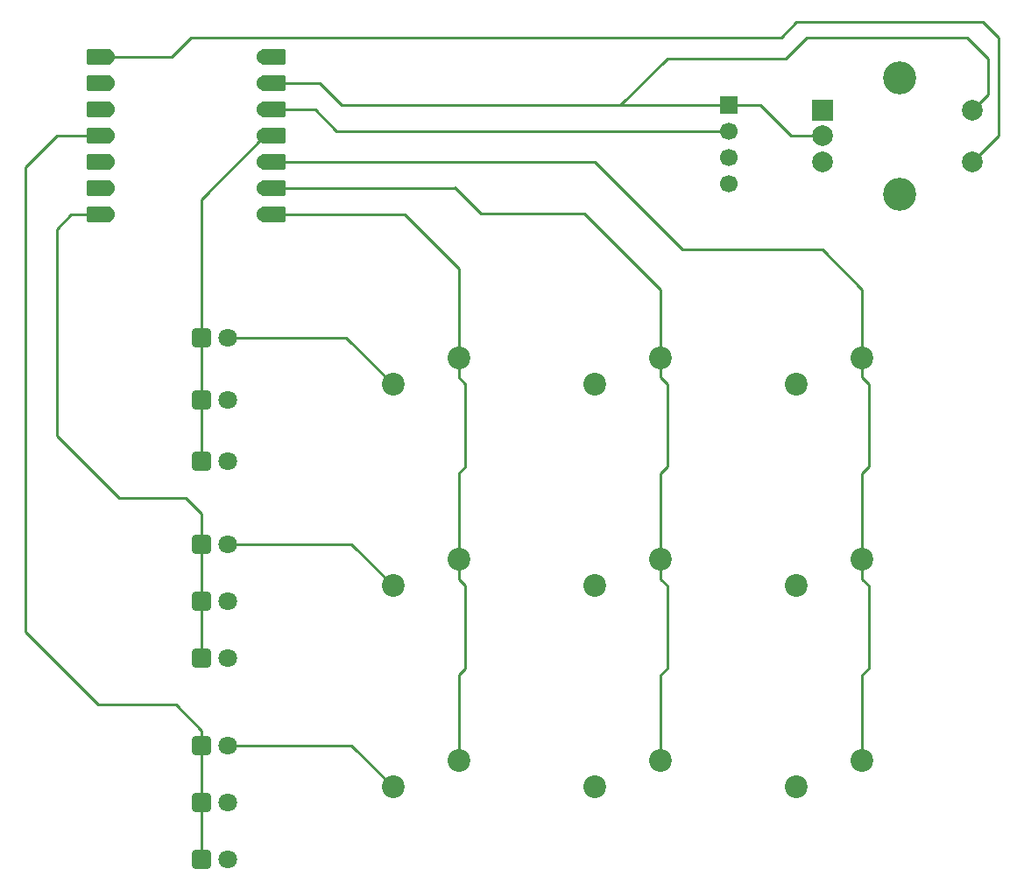
<source format=gbr>
%TF.GenerationSoftware,KiCad,Pcbnew,9.0.2*%
%TF.CreationDate,2025-07-03T21:35:02+02:00*%
%TF.ProjectId,dialpad,6469616c-7061-4642-9e6b-696361645f70,v1.0*%
%TF.SameCoordinates,Original*%
%TF.FileFunction,Copper,L1,Top*%
%TF.FilePolarity,Positive*%
%FSLAX46Y46*%
G04 Gerber Fmt 4.6, Leading zero omitted, Abs format (unit mm)*
G04 Created by KiCad (PCBNEW 9.0.2) date 2025-07-03 21:35:02*
%MOMM*%
%LPD*%
G01*
G04 APERTURE LIST*
G04 Aperture macros list*
%AMRoundRect*
0 Rectangle with rounded corners*
0 $1 Rounding radius*
0 $2 $3 $4 $5 $6 $7 $8 $9 X,Y pos of 4 corners*
0 Add a 4 corners polygon primitive as box body*
4,1,4,$2,$3,$4,$5,$6,$7,$8,$9,$2,$3,0*
0 Add four circle primitives for the rounded corners*
1,1,$1+$1,$2,$3*
1,1,$1+$1,$4,$5*
1,1,$1+$1,$6,$7*
1,1,$1+$1,$8,$9*
0 Add four rect primitives between the rounded corners*
20,1,$1+$1,$2,$3,$4,$5,0*
20,1,$1+$1,$4,$5,$6,$7,0*
20,1,$1+$1,$6,$7,$8,$9,0*
20,1,$1+$1,$8,$9,$2,$3,0*%
G04 Aperture macros list end*
%TA.AperFunction,ComponentPad*%
%ADD10C,2.200000*%
%TD*%
%TA.AperFunction,ComponentPad*%
%ADD11RoundRect,0.250000X-0.650000X-0.650000X0.650000X-0.650000X0.650000X0.650000X-0.650000X0.650000X0*%
%TD*%
%TA.AperFunction,ComponentPad*%
%ADD12C,1.800000*%
%TD*%
%TA.AperFunction,SMDPad,CuDef*%
%ADD13RoundRect,0.152400X1.063600X0.609600X-1.063600X0.609600X-1.063600X-0.609600X1.063600X-0.609600X0*%
%TD*%
%TA.AperFunction,ComponentPad*%
%ADD14C,1.524000*%
%TD*%
%TA.AperFunction,SMDPad,CuDef*%
%ADD15RoundRect,0.152400X-1.063600X-0.609600X1.063600X-0.609600X1.063600X0.609600X-1.063600X0.609600X0*%
%TD*%
%TA.AperFunction,ComponentPad*%
%ADD16R,2.000000X2.000000*%
%TD*%
%TA.AperFunction,ComponentPad*%
%ADD17C,2.000000*%
%TD*%
%TA.AperFunction,ComponentPad*%
%ADD18C,3.200000*%
%TD*%
%TA.AperFunction,ComponentPad*%
%ADD19R,1.700000X1.700000*%
%TD*%
%TA.AperFunction,ComponentPad*%
%ADD20C,1.700000*%
%TD*%
%TA.AperFunction,Conductor*%
%ADD21C,0.250000*%
%TD*%
G04 APERTURE END LIST*
D10*
%TO.P,SW5,1,1*%
%TO.N,COL2*%
X174500000Y-114155000D03*
%TO.P,SW5,2,2*%
%TO.N,Net-(D5-A)*%
X168150000Y-116695000D03*
%TD*%
D11*
%TO.P,D5,1,K*%
%TO.N,ROW2*%
X130150000Y-118192500D03*
D12*
%TO.P,D5,2,A*%
%TO.N,Net-(D5-A)*%
X132690000Y-118192500D03*
%TD*%
D10*
%TO.P,SW6,1,1*%
%TO.N,COL3*%
X194000000Y-114155000D03*
%TO.P,SW6,2,2*%
%TO.N,Net-(D6-A)*%
X187650000Y-116695000D03*
%TD*%
%TO.P,SW1,1,1*%
%TO.N,COL1*%
X155000000Y-94655000D03*
%TO.P,SW1,2,2*%
%TO.N,Net-(D1-A)*%
X148650000Y-97195000D03*
%TD*%
%TO.P,SW8,1,1*%
%TO.N,COL2*%
X174500000Y-133655000D03*
%TO.P,SW8,2,2*%
%TO.N,Net-(D8-A)*%
X168150000Y-136195000D03*
%TD*%
D11*
%TO.P,D3,1,K*%
%TO.N,ROW1*%
X130150000Y-104692500D03*
D12*
%TO.P,D3,2,A*%
%TO.N,Net-(D3-A)*%
X132690000Y-104692500D03*
%TD*%
D11*
%TO.P,D8,1,K*%
%TO.N,ROW3*%
X130155000Y-137692500D03*
D12*
%TO.P,D8,2,A*%
%TO.N,Net-(D8-A)*%
X132695000Y-137692500D03*
%TD*%
D11*
%TO.P,D6,1,K*%
%TO.N,ROW2*%
X130155000Y-123692500D03*
D12*
%TO.P,D6,2,A*%
%TO.N,Net-(D6-A)*%
X132695000Y-123692500D03*
%TD*%
D10*
%TO.P,SW4,1,1*%
%TO.N,COL1*%
X155000000Y-114155000D03*
%TO.P,SW4,2,2*%
%TO.N,Net-(D4-A)*%
X148650000Y-116695000D03*
%TD*%
D11*
%TO.P,D7,1,K*%
%TO.N,ROW3*%
X130155000Y-132192500D03*
D12*
%TO.P,D7,2,A*%
%TO.N,Net-(D7-A)*%
X132695000Y-132192500D03*
%TD*%
D10*
%TO.P,SW2,1,1*%
%TO.N,COL2*%
X174500000Y-94655000D03*
%TO.P,SW2,2,2*%
%TO.N,Net-(D2-A)*%
X168150000Y-97195000D03*
%TD*%
D13*
%TO.P,U1,1,GPIO26/D0/ADC0*%
%TO.N,BTN*%
X120195000Y-65575000D03*
D14*
X121030000Y-65575000D03*
D13*
%TO.P,U1,2,GPIO27/D1/ADC1*%
%TO.N,ROTB*%
X120195000Y-68115000D03*
D14*
X121030000Y-68115000D03*
D13*
%TO.P,U1,3,GPIO28/D2/ADC2*%
%TO.N,ROTA*%
X120195000Y-70655000D03*
D14*
X121030000Y-70655000D03*
D13*
%TO.P,U1,4,GPIO5/D3/SPI_CS*%
%TO.N,ROW3*%
X120195000Y-73195000D03*
D14*
X121030000Y-73195000D03*
D13*
%TO.P,U1,5,GPIO6/D4/SDA1*%
%TO.N,SDA*%
X120195000Y-75735000D03*
D14*
X121030000Y-75735000D03*
D13*
%TO.P,U1,6,GPIO7/D5/SCL1*%
%TO.N,SCL*%
X120195000Y-78275000D03*
D14*
X121030000Y-78275000D03*
D13*
%TO.P,U1,7,GPIO0/D6/TX0*%
%TO.N,ROW2*%
X120195000Y-80815000D03*
D14*
X121030000Y-80815000D03*
%TO.P,U1,8,GPIO1/D7/RX0*%
%TO.N,COL1*%
X136270000Y-80815000D03*
D15*
X137105000Y-80815000D03*
D14*
%TO.P,U1,9,GPIO2/D8/SPI0_SCK*%
%TO.N,COL2*%
X136270000Y-78275000D03*
D15*
X137105000Y-78275000D03*
D14*
%TO.P,U1,10,GPIO4/D9/SPI_MISO*%
%TO.N,COL3*%
X136270000Y-75735000D03*
D15*
X137105000Y-75735000D03*
D14*
%TO.P,U1,11,GPIO3/D10/SPI0_MOSI*%
%TO.N,ROW1*%
X136270000Y-73195000D03*
D15*
X137105000Y-73195000D03*
D14*
%TO.P,U1,12,3V3*%
%TO.N,+3.3V*%
X136270000Y-70655000D03*
D15*
X137105000Y-70655000D03*
D14*
%TO.P,U1,13,GND*%
%TO.N,GND*%
X136270000Y-68115000D03*
D15*
X137105000Y-68115000D03*
D14*
%TO.P,U1,14,VBUS*%
%TO.N,+5V*%
X136270000Y-65575000D03*
D15*
X137105000Y-65575000D03*
%TD*%
D11*
%TO.P,D9,1,K*%
%TO.N,ROW3*%
X130150000Y-143192500D03*
D12*
%TO.P,D9,2,A*%
%TO.N,Net-(D9-A)*%
X132690000Y-143192500D03*
%TD*%
D10*
%TO.P,SW9,1,1*%
%TO.N,COL3*%
X194000000Y-133655000D03*
%TO.P,SW9,2,2*%
%TO.N,Net-(D9-A)*%
X187650000Y-136195000D03*
%TD*%
D16*
%TO.P,SW10,A,A*%
%TO.N,ROTA*%
X190150000Y-70695000D03*
D17*
%TO.P,SW10,B,B*%
%TO.N,ROTB*%
X190150000Y-75695000D03*
%TO.P,SW10,C,C*%
%TO.N,GND*%
X190150000Y-73195000D03*
D18*
%TO.P,SW10,MP*%
%TO.N,N/C*%
X197650000Y-67595000D03*
X197650000Y-78795000D03*
D17*
%TO.P,SW10,S1,S1*%
%TO.N,BTN*%
X204650000Y-75695000D03*
%TO.P,SW10,S2,S2*%
%TO.N,GND*%
X204650000Y-70695000D03*
%TD*%
D11*
%TO.P,D1,1,K*%
%TO.N,ROW1*%
X130155000Y-92692500D03*
D12*
%TO.P,D1,2,A*%
%TO.N,Net-(D1-A)*%
X132695000Y-92692500D03*
%TD*%
D10*
%TO.P,SW7,1,1*%
%TO.N,COL1*%
X155000000Y-133655000D03*
%TO.P,SW7,2,2*%
%TO.N,Net-(D7-A)*%
X148650000Y-136195000D03*
%TD*%
D11*
%TO.P,D4,1,K*%
%TO.N,ROW2*%
X130150000Y-112692500D03*
D12*
%TO.P,D4,2,A*%
%TO.N,Net-(D4-A)*%
X132690000Y-112692500D03*
%TD*%
D11*
%TO.P,D2,1,K*%
%TO.N,ROW1*%
X130155000Y-98692500D03*
D12*
%TO.P,D2,2,A*%
%TO.N,Net-(D2-A)*%
X132695000Y-98692500D03*
%TD*%
D19*
%TO.P,J1,1,Pin_1*%
%TO.N,GND*%
X181150000Y-70195000D03*
D20*
%TO.P,J1,2,Pin_2*%
%TO.N,+3.3V*%
X181150000Y-72735000D03*
%TO.P,J1,3,Pin_3*%
%TO.N,SCL*%
X181150000Y-75275000D03*
%TO.P,J1,4,Pin_4*%
%TO.N,SDA*%
X181150000Y-77815000D03*
%TD*%
D10*
%TO.P,SW3,1,1*%
%TO.N,COL3*%
X194000000Y-94655000D03*
%TO.P,SW3,2,2*%
%TO.N,Net-(D3-A)*%
X187650000Y-97195000D03*
%TD*%
D21*
%TO.N,ROW1*%
X130150000Y-98697500D02*
X130155000Y-98692500D01*
X130155000Y-92692500D02*
X130155000Y-79310000D01*
X130155000Y-79310000D02*
X136270000Y-73195000D01*
X130155000Y-98692500D02*
X130155000Y-92692500D01*
X130150000Y-104692500D02*
X130150000Y-98697500D01*
%TO.N,Net-(D1-A)*%
X139147500Y-92692500D02*
X139150000Y-92695000D01*
X144150000Y-92695000D02*
X139150000Y-92695000D01*
X132695000Y-92692500D02*
X139147500Y-92692500D01*
X148650000Y-97195000D02*
X144150000Y-92695000D01*
%TO.N,Net-(D4-A)*%
X139142500Y-112692500D02*
X139145000Y-112695000D01*
X148650000Y-116695000D02*
X144650000Y-112695000D01*
X144650000Y-112695000D02*
X139145000Y-112695000D01*
X132690000Y-112692500D02*
X139142500Y-112692500D01*
%TO.N,ROW2*%
X128650000Y-108195000D02*
X122150000Y-108195000D01*
X130150000Y-118192500D02*
X130150000Y-112692500D01*
X116150000Y-102195000D02*
X116150000Y-82195000D01*
X130155000Y-123692500D02*
X130155000Y-118197500D01*
X130150000Y-112692500D02*
X130150000Y-109695000D01*
X117530000Y-80815000D02*
X120195000Y-80815000D01*
X130155000Y-118197500D02*
X130150000Y-118192500D01*
X116150000Y-82195000D02*
X117530000Y-80815000D01*
X130150000Y-109695000D02*
X128650000Y-108195000D01*
X122150000Y-108195000D02*
X116150000Y-102195000D01*
%TO.N,Net-(D7-A)*%
X132695000Y-132192500D02*
X139147500Y-132192500D01*
X144650000Y-132195000D02*
X139150000Y-132195000D01*
X139147500Y-132192500D02*
X139150000Y-132195000D01*
X148650000Y-136195000D02*
X144650000Y-132195000D01*
%TO.N,ROW3*%
X130150000Y-143192500D02*
X130150000Y-137697500D01*
X130155000Y-132192500D02*
X130155000Y-130700000D01*
X127650000Y-128195000D02*
X120150000Y-128195000D01*
X113150000Y-76195000D02*
X116150000Y-73195000D01*
X130150000Y-137697500D02*
X130155000Y-137692500D01*
X130155000Y-137692500D02*
X130155000Y-132192500D01*
X116150000Y-73195000D02*
X121030000Y-73195000D01*
X113150000Y-121195000D02*
X113150000Y-76195000D01*
X130155000Y-130700000D02*
X127650000Y-128195000D01*
X120150000Y-128195000D02*
X113150000Y-121195000D01*
%TO.N,GND*%
X188650000Y-63695000D02*
X186650000Y-65695000D01*
X186650000Y-65695000D02*
X175150000Y-65695000D01*
X206150000Y-69195000D02*
X206150000Y-65695000D01*
X187150000Y-73195000D02*
X184150000Y-70195000D01*
X204150000Y-63695000D02*
X188650000Y-63695000D01*
X181150000Y-70195000D02*
X170650000Y-70195000D01*
X204650000Y-70695000D02*
X206150000Y-69195000D01*
X190150000Y-73195000D02*
X187150000Y-73195000D01*
X141570000Y-68115000D02*
X137105000Y-68115000D01*
X175150000Y-65695000D02*
X170650000Y-70195000D01*
X170650000Y-70195000D02*
X143650000Y-70195000D01*
X143650000Y-70195000D02*
X141570000Y-68115000D01*
X184150000Y-70195000D02*
X181150000Y-70195000D01*
X206150000Y-65695000D02*
X204150000Y-63695000D01*
%TO.N,+3.3V*%
X143190000Y-72735000D02*
X141110000Y-70655000D01*
X181150000Y-72735000D02*
X143190000Y-72735000D01*
X141110000Y-70655000D02*
X137105000Y-70655000D01*
%TO.N,COL1*%
X155000000Y-86045000D02*
X155000000Y-94655000D01*
X155000000Y-105845000D02*
X155000000Y-114155000D01*
X149770000Y-80815000D02*
X155000000Y-86045000D01*
X155000000Y-96545000D02*
X155650000Y-97195000D01*
X155000000Y-94655000D02*
X155000000Y-96545000D01*
X155650000Y-116695000D02*
X155650000Y-124695000D01*
X155650000Y-97195000D02*
X155650000Y-105195000D01*
X155000000Y-125345000D02*
X155000000Y-133655000D01*
X137105000Y-80815000D02*
X149770000Y-80815000D01*
X155000000Y-116045000D02*
X155650000Y-116695000D01*
X155650000Y-124695000D02*
X155000000Y-125345000D01*
X155650000Y-105195000D02*
X155000000Y-105845000D01*
X155000000Y-114155000D02*
X155000000Y-116045000D01*
%TO.N,COL2*%
X174500000Y-88045000D02*
X167150000Y-80695000D01*
X174500000Y-116045000D02*
X175150000Y-116695000D01*
X174500000Y-94655000D02*
X174500000Y-96545000D01*
X154650000Y-78195000D02*
X154570000Y-78275000D01*
X174500000Y-94655000D02*
X174500000Y-88045000D01*
X174500000Y-105845000D02*
X174500000Y-114155000D01*
X175150000Y-105195000D02*
X174500000Y-105845000D01*
X174500000Y-125345000D02*
X174500000Y-133655000D01*
X175150000Y-124695000D02*
X174500000Y-125345000D01*
X157150000Y-80695000D02*
X154650000Y-78195000D01*
X174500000Y-114155000D02*
X174500000Y-116045000D01*
X167150000Y-80695000D02*
X157150000Y-80695000D01*
X175150000Y-97195000D02*
X175150000Y-105195000D01*
X174500000Y-96545000D02*
X175150000Y-97195000D01*
X154570000Y-78275000D02*
X137105000Y-78275000D01*
X175150000Y-116695000D02*
X175150000Y-124695000D01*
%TO.N,COL3*%
X194000000Y-105845000D02*
X194000000Y-114155000D01*
X194650000Y-124695000D02*
X194000000Y-125345000D01*
X194000000Y-116045000D02*
X194650000Y-116695000D01*
X194000000Y-94655000D02*
X194000000Y-96545000D01*
X194000000Y-114155000D02*
X194000000Y-116045000D01*
X194000000Y-88045000D02*
X190150000Y-84195000D01*
X194650000Y-97195000D02*
X194650000Y-105195000D01*
X168190000Y-75735000D02*
X137105000Y-75735000D01*
X176650000Y-84195000D02*
X168190000Y-75735000D01*
X194650000Y-116695000D02*
X194650000Y-124695000D01*
X194000000Y-125345000D02*
X194000000Y-133655000D01*
X194000000Y-96545000D02*
X194650000Y-97195000D01*
X194650000Y-105195000D02*
X194000000Y-105845000D01*
X194000000Y-94655000D02*
X194000000Y-88045000D01*
X190150000Y-84195000D02*
X176650000Y-84195000D01*
%TO.N,BTN*%
X121030000Y-65575000D02*
X127270000Y-65575000D01*
X207150000Y-73195000D02*
X204650000Y-75695000D01*
X127270000Y-65575000D02*
X129150000Y-63695000D01*
X207150000Y-63695000D02*
X207150000Y-73195000D01*
X186150000Y-63695000D02*
X187650000Y-62195000D01*
X205650000Y-62195000D02*
X207150000Y-63695000D01*
X187650000Y-62195000D02*
X205650000Y-62195000D01*
X129150000Y-63695000D02*
X186150000Y-63695000D01*
%TD*%
M02*

</source>
